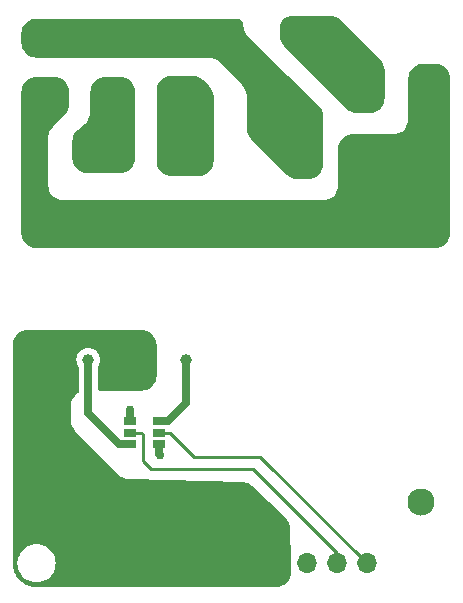
<source format=gbr>
%TF.GenerationSoftware,KiCad,Pcbnew,(5.99.0-10447-gf083f043cb)*%
%TF.CreationDate,2021-07-11T09:51:56-05:00*%
%TF.ProjectId,reptile-monitor-power,72657074-696c-4652-9d6d-6f6e69746f72,rev?*%
%TF.SameCoordinates,Original*%
%TF.FileFunction,Copper,L1,Top*%
%TF.FilePolarity,Positive*%
%FSLAX46Y46*%
G04 Gerber Fmt 4.6, Leading zero omitted, Abs format (unit mm)*
G04 Created by KiCad (PCBNEW (5.99.0-10447-gf083f043cb)) date 2021-07-11 09:51:56*
%MOMM*%
%LPD*%
G01*
G04 APERTURE LIST*
%TA.AperFunction,ComponentPad*%
%ADD10R,1.575000X1.575000*%
%TD*%
%TA.AperFunction,ComponentPad*%
%ADD11C,1.575000*%
%TD*%
%TA.AperFunction,ComponentPad*%
%ADD12R,1.000000X1.000000*%
%TD*%
%TA.AperFunction,ComponentPad*%
%ADD13C,2.167346*%
%TD*%
%TA.AperFunction,ComponentPad*%
%ADD14C,1.000000*%
%TD*%
%TA.AperFunction,ComponentPad*%
%ADD15R,1.700000X1.700000*%
%TD*%
%TA.AperFunction,ComponentPad*%
%ADD16O,1.700000X1.700000*%
%TD*%
%TA.AperFunction,ComponentPad*%
%ADD17R,2.000000X2.300000*%
%TD*%
%TA.AperFunction,ComponentPad*%
%ADD18C,2.300000*%
%TD*%
%TA.AperFunction,ComponentPad*%
%ADD19C,1.600000*%
%TD*%
%TA.AperFunction,ComponentPad*%
%ADD20C,1.875000*%
%TD*%
%TA.AperFunction,SMDPad,CuDef*%
%ADD21R,1.000000X0.700000*%
%TD*%
%TA.AperFunction,ViaPad*%
%ADD22C,0.762000*%
%TD*%
%TA.AperFunction,Conductor*%
%ADD23C,0.635000*%
%TD*%
%TA.AperFunction,Conductor*%
%ADD24C,0.254000*%
%TD*%
G04 APERTURE END LIST*
D10*
%TO.P,F1,1*%
%TO.N,/FUSED_AC_L*%
X162657000Y-62230000D03*
D11*
%TO.P,F1,2*%
%TO.N,LINE*%
X157577000Y-62230000D03*
%TD*%
D12*
%TO.P,K1,1,1*%
%TO.N,+5V*%
X137496982Y-84387004D03*
D13*
%TO.P,K1,2,NO*%
%TO.N,/LOAD2*%
X142196983Y-65887003D03*
%TO.P,K1,3,COM*%
%TO.N,/FUSED_AC_L*%
X142196983Y-72887004D03*
D14*
%TO.P,K1,4,4*%
%TO.N,RLY2*%
X142196983Y-84387004D03*
%TD*%
D15*
%TO.P,J4,1,Pin_1*%
%TO.N,+5V*%
X149870000Y-101600000D03*
D16*
%TO.P,J4,2,Pin_2*%
%TO.N,GND*%
X152410000Y-101600000D03*
%TO.P,J4,3,Pin_3*%
%TO.N,L2*%
X154950000Y-101600000D03*
%TO.P,J4,4,Pin_4*%
%TO.N,L1*%
X157490000Y-101600000D03*
%TD*%
D12*
%TO.P,K2,1,1*%
%TO.N,+5V*%
X129222003Y-84387009D03*
D13*
%TO.P,K2,2,NO*%
%TO.N,/LOAD1*%
X133922004Y-65887008D03*
%TO.P,K2,3,COM*%
%TO.N,/FUSED_AC_L*%
X133922004Y-72887009D03*
D14*
%TO.P,K2,4,4*%
%TO.N,RLY1*%
X133922004Y-84387009D03*
%TD*%
D17*
%TO.P,PS1,1,AC/L*%
%TO.N,/FUSED_AC_L*%
X156901995Y-67051494D03*
D18*
%TO.P,PS1,2,AC/N*%
%TO.N,NEUT*%
X151901995Y-67051494D03*
%TO.P,PS1,3,-Vout*%
%TO.N,GND*%
X162101995Y-96451494D03*
%TO.P,PS1,4,+Vout*%
%TO.N,+5V*%
X146701995Y-96451494D03*
%TD*%
D19*
%TO.P,RV1,1*%
%TO.N,NEUT*%
X131699000Y-57404000D03*
%TO.P,RV1,2*%
%TO.N,/FUSED_AC_L*%
X130399000Y-62404000D03*
%TD*%
D20*
%TO.P,J2,1,Pin_1*%
%TO.N,NEUT*%
X145404510Y-56982995D03*
%TO.P,J2,2,Pin_2*%
%TO.N,/LOAD2*%
X142904510Y-61982995D03*
%TD*%
%TO.P,J1,1,Pin_1*%
%TO.N,LINE*%
X152893000Y-56983000D03*
%TO.P,J1,2,Pin_2*%
%TO.N,NEUT*%
X150393000Y-61983000D03*
%TD*%
%TO.P,J3,1,Pin_1*%
%TO.N,NEUT*%
X137914507Y-56982995D03*
%TO.P,J3,2,Pin_2*%
%TO.N,/LOAD1*%
X135414507Y-61982995D03*
%TD*%
D21*
%TO.P,U1,1,1_Source*%
%TO.N,GND*%
X137484000Y-89601000D03*
%TO.P,U1,2,1_Gate*%
%TO.N,L2*%
X137484000Y-90551000D03*
%TO.P,U1,3,2_Drain*%
%TO.N,RLY1*%
X137484000Y-91501000D03*
%TO.P,U1,4,2_Source*%
%TO.N,GND*%
X139884000Y-91501000D03*
%TO.P,U1,5,2_Gate*%
%TO.N,L1*%
X139884000Y-90551000D03*
%TO.P,U1,6,1_Drain*%
%TO.N,RLY2*%
X139884000Y-89601000D03*
%TD*%
D22*
%TO.N,GND*%
X137414000Y-88646000D03*
X139954000Y-92456000D03*
%TD*%
D23*
%TO.N,GND*%
X139884000Y-92386000D02*
X139954000Y-92456000D01*
X139884000Y-91501000D02*
X139884000Y-92386000D01*
X137414000Y-89531000D02*
X137484000Y-89601000D01*
X137414000Y-88646000D02*
X137414000Y-89531000D01*
%TO.N,RLY2*%
X142196983Y-88054017D02*
X142196983Y-84387004D01*
X139884000Y-89601000D02*
X140650000Y-89601000D01*
X140650000Y-89601000D02*
X142196983Y-88054017D01*
%TO.N,RLY1*%
X137484000Y-91501000D02*
X136563380Y-91501000D01*
X133922004Y-88859624D02*
X133922004Y-84387009D01*
X136563380Y-91501000D02*
X133922004Y-88859624D01*
D24*
%TO.N,L2*%
X138404620Y-90551000D02*
X138557000Y-90703380D01*
X147828000Y-93599000D02*
X154950000Y-100721000D01*
X138557000Y-90703380D02*
X138557000Y-92964000D01*
X139192000Y-93599000D02*
X147828000Y-93599000D01*
X137484000Y-90551000D02*
X138404620Y-90551000D01*
X138557000Y-92964000D02*
X139192000Y-93599000D01*
X154950000Y-100721000D02*
X154950000Y-101600000D01*
%TO.N,L1*%
X140804620Y-90551000D02*
X142836620Y-92583000D01*
X148473000Y-92583000D02*
X157490000Y-101600000D01*
X139884000Y-90551000D02*
X140804620Y-90551000D01*
X142836620Y-92583000D02*
X148473000Y-92583000D01*
%TD*%
%TA.AperFunction,Conductor*%
%TO.N,NEUT*%
G36*
X146484069Y-55493060D02*
G01*
X146569510Y-55504214D01*
X146609206Y-55509396D01*
X146640733Y-55517771D01*
X146749837Y-55562547D01*
X146778153Y-55578731D01*
X146872114Y-55650021D01*
X146895327Y-55672934D01*
X146967832Y-55765950D01*
X146984387Y-55794056D01*
X147030583Y-55902569D01*
X147039367Y-55933978D01*
X147040273Y-55940275D01*
X147057335Y-56058899D01*
X147058607Y-56075193D01*
X147059173Y-56118610D01*
X147059513Y-56121665D01*
X147059513Y-56121668D01*
X147077116Y-56279920D01*
X147086573Y-56364942D01*
X147161296Y-56601261D01*
X147164264Y-56606671D01*
X147249605Y-56762251D01*
X147280496Y-56818567D01*
X147439632Y-57008583D01*
X150642073Y-60150600D01*
X150813633Y-60318923D01*
X152517926Y-61991059D01*
X153411963Y-62868227D01*
X153420446Y-62877421D01*
X153569854Y-63056412D01*
X153583883Y-63077088D01*
X153692013Y-63276520D01*
X153701689Y-63299570D01*
X153768315Y-63516416D01*
X153773250Y-63540922D01*
X153796378Y-63772910D01*
X153797000Y-63785410D01*
X153797000Y-67805493D01*
X153796521Y-67816474D01*
X153778667Y-68020552D01*
X153774853Y-68042182D01*
X153723263Y-68234718D01*
X153715751Y-68255357D01*
X153631508Y-68436015D01*
X153620532Y-68455026D01*
X153521478Y-68596489D01*
X153506196Y-68618314D01*
X153492078Y-68635138D01*
X153351138Y-68776078D01*
X153334314Y-68790196D01*
X153171026Y-68904532D01*
X153152015Y-68915508D01*
X153016471Y-68978714D01*
X152971357Y-68999751D01*
X152950717Y-69007263D01*
X152758178Y-69058854D01*
X152736555Y-69062666D01*
X152580516Y-69076318D01*
X152532474Y-69080521D01*
X152521493Y-69081000D01*
X151661553Y-69081000D01*
X151649217Y-69080395D01*
X151420222Y-69057867D01*
X151396024Y-69053059D01*
X151181762Y-68988144D01*
X151158970Y-68978717D01*
X150961444Y-68873283D01*
X150940938Y-68859602D01*
X150762940Y-68713761D01*
X150753792Y-68705483D01*
X147697191Y-65654499D01*
X147688869Y-65645334D01*
X147542409Y-65467164D01*
X147528656Y-65446612D01*
X147422759Y-65248763D01*
X147413287Y-65225926D01*
X147348071Y-65011203D01*
X147343241Y-64986951D01*
X147320608Y-64757431D01*
X147320000Y-64745066D01*
X147320000Y-61988009D01*
X147296099Y-61742778D01*
X147225294Y-61506778D01*
X147222438Y-61501369D01*
X147222436Y-61501364D01*
X147113112Y-61294308D01*
X147110252Y-61288891D01*
X147106402Y-61284131D01*
X147106400Y-61284128D01*
X147048963Y-61213117D01*
X146955301Y-61097319D01*
X145069230Y-59180309D01*
X145069227Y-59180306D01*
X144875932Y-59019358D01*
X144654705Y-58899659D01*
X144414226Y-58825909D01*
X144318379Y-58816370D01*
X144167029Y-58801308D01*
X144167019Y-58801307D01*
X144163929Y-58801000D01*
X129539738Y-58801000D01*
X129528788Y-58800523D01*
X129325303Y-58782772D01*
X129303734Y-58778980D01*
X129234700Y-58760539D01*
X129111710Y-58727683D01*
X129091133Y-58720218D01*
X128910885Y-58636443D01*
X128891906Y-58625524D01*
X128728884Y-58511802D01*
X128712096Y-58497773D01*
X128571224Y-58357537D01*
X128557111Y-58340804D01*
X128442658Y-58178308D01*
X128431651Y-58159376D01*
X128347063Y-57979517D01*
X128339500Y-57958963D01*
X128287333Y-57767172D01*
X128283444Y-57745621D01*
X128264771Y-57542227D01*
X128264244Y-57531279D01*
X128260808Y-56773266D01*
X128261241Y-56762251D01*
X128262217Y-56750517D01*
X128278270Y-56557524D01*
X128282006Y-56535821D01*
X128333017Y-56342529D01*
X128340476Y-56321808D01*
X128424367Y-56140357D01*
X128435316Y-56121259D01*
X128549528Y-55957182D01*
X128563633Y-55940285D01*
X128704673Y-55798604D01*
X128721514Y-55784415D01*
X128885063Y-55669466D01*
X128904123Y-55658423D01*
X129085189Y-55573714D01*
X129105879Y-55566160D01*
X129298931Y-55514275D01*
X129320621Y-55510439D01*
X129525277Y-55492482D01*
X129536290Y-55492000D01*
X146467761Y-55492000D01*
X146484069Y-55493060D01*
G37*
%TD.AperFunction*%
%TD*%
%TA.AperFunction,Conductor*%
%TO.N,LINE*%
G36*
X154420112Y-55245607D02*
G01*
X154649361Y-55268186D01*
X154673582Y-55273003D01*
X154888088Y-55338072D01*
X154910901Y-55347523D01*
X155108584Y-55453187D01*
X155129111Y-55466903D01*
X155307200Y-55613056D01*
X155316351Y-55621351D01*
X158627649Y-58932649D01*
X158635944Y-58941800D01*
X158782097Y-59119889D01*
X158795815Y-59140419D01*
X158901476Y-59338096D01*
X158910929Y-59360916D01*
X158975996Y-59575415D01*
X158980814Y-59599641D01*
X159003393Y-59828888D01*
X159004000Y-59841238D01*
X159004000Y-62224493D01*
X159003521Y-62235474D01*
X158985667Y-62439552D01*
X158981853Y-62461182D01*
X158930263Y-62653718D01*
X158922751Y-62674357D01*
X158838508Y-62855015D01*
X158827532Y-62874026D01*
X158728478Y-63015489D01*
X158713196Y-63037314D01*
X158699078Y-63054138D01*
X158558138Y-63195078D01*
X158541314Y-63209196D01*
X158378026Y-63323532D01*
X158359015Y-63334508D01*
X158223981Y-63397476D01*
X158178357Y-63418751D01*
X158157717Y-63426263D01*
X157965178Y-63477854D01*
X157943555Y-63481666D01*
X157787516Y-63495318D01*
X157739474Y-63499521D01*
X157728493Y-63500000D01*
X156742238Y-63500000D01*
X156729888Y-63499393D01*
X156500639Y-63476814D01*
X156476418Y-63471997D01*
X156261912Y-63406928D01*
X156239099Y-63397477D01*
X156041416Y-63291813D01*
X156020889Y-63278097D01*
X155842800Y-63131944D01*
X155833649Y-63123649D01*
X150490351Y-57780351D01*
X150482056Y-57771200D01*
X150335903Y-57593111D01*
X150322185Y-57572581D01*
X150216524Y-57374904D01*
X150207071Y-57352084D01*
X150142004Y-57137585D01*
X150137186Y-57113359D01*
X150114607Y-56884112D01*
X150114000Y-56871762D01*
X150114000Y-56330687D01*
X150114607Y-56318337D01*
X150133526Y-56126250D01*
X150138343Y-56102029D01*
X150192572Y-55923260D01*
X150202021Y-55900450D01*
X150290078Y-55735708D01*
X150303801Y-55715171D01*
X150422306Y-55570772D01*
X150439772Y-55553306D01*
X150584171Y-55434801D01*
X150604708Y-55421078D01*
X150753264Y-55341673D01*
X150769452Y-55333020D01*
X150792260Y-55323572D01*
X150971029Y-55269343D01*
X150995250Y-55264526D01*
X151187337Y-55245607D01*
X151199687Y-55245000D01*
X154407762Y-55245000D01*
X154420112Y-55245607D01*
G37*
%TD.AperFunction*%
%TD*%
%TA.AperFunction,Conductor*%
%TO.N,/FUSED_AC_L*%
G36*
X163312474Y-59302479D02*
G01*
X163360516Y-59306682D01*
X163516555Y-59320334D01*
X163538178Y-59324146D01*
X163688625Y-59364458D01*
X163730718Y-59375737D01*
X163751358Y-59383249D01*
X163932015Y-59467492D01*
X163951026Y-59478468D01*
X164092489Y-59577522D01*
X164114314Y-59592804D01*
X164131138Y-59606922D01*
X164272078Y-59747862D01*
X164286196Y-59764686D01*
X164400532Y-59927974D01*
X164411508Y-59946985D01*
X164485102Y-60104807D01*
X164495751Y-60127643D01*
X164503263Y-60148282D01*
X164554853Y-60340818D01*
X164558667Y-60362448D01*
X164576521Y-60566526D01*
X164577000Y-60577507D01*
X164577000Y-73647493D01*
X164576521Y-73658474D01*
X164558667Y-73862552D01*
X164554853Y-73884182D01*
X164503263Y-74076718D01*
X164495751Y-74097357D01*
X164411508Y-74278015D01*
X164400532Y-74297026D01*
X164301478Y-74438489D01*
X164286196Y-74460314D01*
X164272078Y-74477138D01*
X164131138Y-74618078D01*
X164114314Y-74632196D01*
X163951026Y-74746532D01*
X163932015Y-74757508D01*
X163774193Y-74831102D01*
X163751357Y-74841751D01*
X163730717Y-74849263D01*
X163538178Y-74900854D01*
X163516555Y-74904666D01*
X163360516Y-74918318D01*
X163312474Y-74922521D01*
X163301493Y-74923000D01*
X129530507Y-74923000D01*
X129519526Y-74922521D01*
X129471484Y-74918318D01*
X129315445Y-74904666D01*
X129293822Y-74900854D01*
X129101283Y-74849263D01*
X129080643Y-74841751D01*
X129057807Y-74831102D01*
X128899985Y-74757508D01*
X128880974Y-74746532D01*
X128717686Y-74632196D01*
X128700862Y-74618078D01*
X128559922Y-74477138D01*
X128545804Y-74460314D01*
X128530522Y-74438489D01*
X128431468Y-74297026D01*
X128420492Y-74278015D01*
X128336249Y-74097357D01*
X128328737Y-74076718D01*
X128277147Y-73884182D01*
X128273333Y-73862552D01*
X128255479Y-73658474D01*
X128255000Y-73647493D01*
X128255000Y-61720507D01*
X128255479Y-61709526D01*
X128273333Y-61505448D01*
X128277147Y-61483818D01*
X128328737Y-61291282D01*
X128336249Y-61270643D01*
X128346898Y-61247807D01*
X128420492Y-61089985D01*
X128431468Y-61070974D01*
X128545804Y-60907686D01*
X128559922Y-60890862D01*
X128700862Y-60749922D01*
X128717686Y-60735804D01*
X128739511Y-60720522D01*
X128880974Y-60621468D01*
X128899985Y-60610492D01*
X129080642Y-60526249D01*
X129101282Y-60518737D01*
X129143375Y-60507458D01*
X129293822Y-60467146D01*
X129315445Y-60463334D01*
X129471484Y-60449682D01*
X129519526Y-60445479D01*
X129530507Y-60445000D01*
X131043493Y-60445000D01*
X131054474Y-60445479D01*
X131102516Y-60449682D01*
X131258555Y-60463334D01*
X131280178Y-60467146D01*
X131430625Y-60507458D01*
X131472718Y-60518737D01*
X131493358Y-60526249D01*
X131674015Y-60610492D01*
X131693026Y-60621468D01*
X131834489Y-60720522D01*
X131856314Y-60735804D01*
X131873138Y-60749922D01*
X132014078Y-60890862D01*
X132028196Y-60907686D01*
X132142532Y-61070974D01*
X132153508Y-61089985D01*
X132227102Y-61247807D01*
X132237751Y-61270643D01*
X132245263Y-61291282D01*
X132296853Y-61483818D01*
X132300667Y-61505448D01*
X132318521Y-61709526D01*
X132319000Y-61720507D01*
X132319000Y-62706762D01*
X132318393Y-62719112D01*
X132295814Y-62948359D01*
X132290996Y-62972585D01*
X132225929Y-63187084D01*
X132216476Y-63209904D01*
X132110815Y-63407581D01*
X132097097Y-63428111D01*
X131950944Y-63606200D01*
X131942649Y-63615351D01*
X130912974Y-64645026D01*
X130755034Y-64837477D01*
X130637673Y-65057043D01*
X130635877Y-65062963D01*
X130635876Y-65062966D01*
X130570952Y-65276995D01*
X130565403Y-65295287D01*
X130564796Y-65301450D01*
X130550905Y-65442490D01*
X130541000Y-65543051D01*
X130541000Y-69589362D01*
X130541238Y-69592078D01*
X130541238Y-69592088D01*
X130541789Y-69598385D01*
X130560287Y-69809856D01*
X130617563Y-70023652D01*
X130711087Y-70224258D01*
X130838020Y-70405579D01*
X130994505Y-70562109D01*
X131175791Y-70689094D01*
X131180773Y-70691418D01*
X131180774Y-70691419D01*
X131371392Y-70780354D01*
X131371397Y-70780356D01*
X131376370Y-70782676D01*
X131590150Y-70840012D01*
X131595623Y-70840492D01*
X131595627Y-70840493D01*
X131807901Y-70859122D01*
X131807906Y-70859122D01*
X131810638Y-70859362D01*
X131813385Y-70859363D01*
X131813390Y-70859363D01*
X142752710Y-70862485D01*
X153796638Y-70865637D01*
X154017216Y-70846399D01*
X154022532Y-70844976D01*
X154225782Y-70790567D01*
X154225783Y-70790567D01*
X154231101Y-70789143D01*
X154431791Y-70695611D01*
X154613186Y-70568643D01*
X154769773Y-70412101D01*
X154822802Y-70336386D01*
X154893634Y-70235252D01*
X154893637Y-70235246D01*
X154896792Y-70230742D01*
X154990382Y-70030079D01*
X155047699Y-69816210D01*
X155067000Y-69595637D01*
X155067000Y-66552002D01*
X155067479Y-66541029D01*
X155085305Y-66337114D01*
X155089113Y-66315499D01*
X155140630Y-66123088D01*
X155148127Y-66102474D01*
X155232249Y-65921918D01*
X155243214Y-65902911D01*
X155357381Y-65739705D01*
X155371479Y-65722885D01*
X155512240Y-65581958D01*
X155529041Y-65567842D01*
X155692122Y-65453477D01*
X155711118Y-65442490D01*
X155726511Y-65435296D01*
X155891568Y-65358158D01*
X155912172Y-65350637D01*
X156008352Y-65324764D01*
X156104526Y-65298894D01*
X156126135Y-65295061D01*
X156330027Y-65276995D01*
X156341000Y-65276503D01*
X158569731Y-65273882D01*
X159752493Y-65272491D01*
X159887090Y-65260565D01*
X159967368Y-65253452D01*
X159967370Y-65253452D01*
X159972840Y-65252967D01*
X159978139Y-65251541D01*
X159978142Y-65251541D01*
X160181145Y-65196933D01*
X160181146Y-65196933D01*
X160186457Y-65195504D01*
X160386862Y-65101846D01*
X160450750Y-65057043D01*
X160563475Y-64977992D01*
X160563479Y-64977989D01*
X160567976Y-64974835D01*
X160724303Y-64818324D01*
X160727451Y-64813824D01*
X160727455Y-64813819D01*
X160847071Y-64642822D01*
X160851101Y-64637061D01*
X160944523Y-64436546D01*
X161001735Y-64222862D01*
X161021000Y-64002492D01*
X161021000Y-60577507D01*
X161021479Y-60566526D01*
X161039333Y-60362448D01*
X161043147Y-60340818D01*
X161094737Y-60148282D01*
X161102249Y-60127643D01*
X161112898Y-60104807D01*
X161186492Y-59946985D01*
X161197468Y-59927974D01*
X161311804Y-59764686D01*
X161325922Y-59747862D01*
X161466862Y-59606922D01*
X161483686Y-59592804D01*
X161505511Y-59577522D01*
X161646974Y-59478468D01*
X161665985Y-59467492D01*
X161846642Y-59383249D01*
X161867282Y-59375737D01*
X161909375Y-59364458D01*
X162059822Y-59324146D01*
X162081445Y-59320334D01*
X162237484Y-59306682D01*
X162285526Y-59302479D01*
X162296507Y-59302000D01*
X163301493Y-59302000D01*
X163312474Y-59302479D01*
G37*
%TD.AperFunction*%
%TD*%
%TA.AperFunction,Conductor*%
%TO.N,/LOAD1*%
G36*
X136642474Y-60445479D02*
G01*
X136690516Y-60449682D01*
X136846555Y-60463334D01*
X136868178Y-60467146D01*
X137018625Y-60507458D01*
X137060718Y-60518737D01*
X137081358Y-60526249D01*
X137262015Y-60610492D01*
X137281026Y-60621468D01*
X137422489Y-60720522D01*
X137444314Y-60735804D01*
X137461138Y-60749922D01*
X137602078Y-60890862D01*
X137616196Y-60907686D01*
X137730532Y-61070974D01*
X137741508Y-61089985D01*
X137815102Y-61247807D01*
X137825751Y-61270643D01*
X137833263Y-61291282D01*
X137884853Y-61483818D01*
X137888667Y-61505448D01*
X137906521Y-61709526D01*
X137907000Y-61720507D01*
X137907000Y-67297493D01*
X137906521Y-67308474D01*
X137888667Y-67512552D01*
X137884853Y-67534182D01*
X137833263Y-67726718D01*
X137825751Y-67747357D01*
X137741508Y-67928015D01*
X137730532Y-67947026D01*
X137631478Y-68088489D01*
X137616196Y-68110314D01*
X137602078Y-68127138D01*
X137461138Y-68268078D01*
X137444314Y-68282196D01*
X137281026Y-68396532D01*
X137262015Y-68407508D01*
X137104193Y-68481102D01*
X137081357Y-68491751D01*
X137060717Y-68499263D01*
X136868178Y-68550854D01*
X136846555Y-68554666D01*
X136690516Y-68568318D01*
X136642474Y-68572521D01*
X136631493Y-68573000D01*
X133848507Y-68573000D01*
X133837526Y-68572521D01*
X133789484Y-68568318D01*
X133633445Y-68554666D01*
X133611822Y-68550854D01*
X133419283Y-68499263D01*
X133398643Y-68491751D01*
X133375807Y-68481102D01*
X133217985Y-68407508D01*
X133198974Y-68396532D01*
X133035686Y-68282196D01*
X133018862Y-68268078D01*
X132877922Y-68127138D01*
X132863804Y-68110314D01*
X132848522Y-68088489D01*
X132749468Y-67947026D01*
X132738492Y-67928015D01*
X132654249Y-67747357D01*
X132646737Y-67726718D01*
X132595147Y-67534182D01*
X132591333Y-67512552D01*
X132573479Y-67308474D01*
X132573000Y-67297493D01*
X132573000Y-65871361D01*
X132573483Y-65860337D01*
X132591476Y-65655475D01*
X132595320Y-65633764D01*
X132647305Y-65440540D01*
X132654874Y-65419831D01*
X132739749Y-65238620D01*
X132750812Y-65219548D01*
X132865975Y-65055907D01*
X132880193Y-65039056D01*
X133026049Y-64894088D01*
X133034209Y-64886659D01*
X133637916Y-64383570D01*
X133640034Y-64381805D01*
X133797657Y-64225142D01*
X133925557Y-64043402D01*
X134019819Y-63842149D01*
X134077556Y-63627546D01*
X134097000Y-63406164D01*
X134097000Y-61720507D01*
X134097479Y-61709526D01*
X134115333Y-61505448D01*
X134119147Y-61483818D01*
X134170737Y-61291282D01*
X134178249Y-61270643D01*
X134188898Y-61247807D01*
X134262492Y-61089985D01*
X134273468Y-61070974D01*
X134387804Y-60907686D01*
X134401922Y-60890862D01*
X134542862Y-60749922D01*
X134559686Y-60735804D01*
X134581511Y-60720522D01*
X134722974Y-60621468D01*
X134741985Y-60610492D01*
X134922642Y-60526249D01*
X134943282Y-60518737D01*
X134985375Y-60507458D01*
X135135822Y-60467146D01*
X135157445Y-60463334D01*
X135313484Y-60449682D01*
X135361526Y-60445479D01*
X135372507Y-60445000D01*
X136631493Y-60445000D01*
X136642474Y-60445479D01*
G37*
%TD.AperFunction*%
%TD*%
%TA.AperFunction,Conductor*%
%TO.N,+5V*%
G36*
X138435474Y-81875479D02*
G01*
X138483516Y-81879682D01*
X138639555Y-81893334D01*
X138661178Y-81897146D01*
X138811625Y-81937458D01*
X138853718Y-81948737D01*
X138874358Y-81956249D01*
X139055015Y-82040492D01*
X139074026Y-82051468D01*
X139215489Y-82150522D01*
X139237314Y-82165804D01*
X139254138Y-82179922D01*
X139395078Y-82320862D01*
X139409196Y-82337686D01*
X139523532Y-82500974D01*
X139534508Y-82519985D01*
X139608102Y-82677807D01*
X139618751Y-82700643D01*
X139626263Y-82721282D01*
X139677853Y-82913818D01*
X139681667Y-82935448D01*
X139699521Y-83139526D01*
X139700000Y-83150507D01*
X139700000Y-85719493D01*
X139699521Y-85730474D01*
X139681667Y-85934552D01*
X139677853Y-85956182D01*
X139626263Y-86148718D01*
X139618751Y-86169357D01*
X139534508Y-86350015D01*
X139523532Y-86369026D01*
X139424478Y-86510489D01*
X139409196Y-86532314D01*
X139395078Y-86549138D01*
X139254138Y-86690078D01*
X139237314Y-86704196D01*
X139074026Y-86818532D01*
X139055015Y-86829508D01*
X138897193Y-86903102D01*
X138874357Y-86913751D01*
X138853718Y-86921263D01*
X138811625Y-86932542D01*
X138661178Y-86972854D01*
X138639555Y-86976666D01*
X138483516Y-86990318D01*
X138435474Y-86994521D01*
X138424493Y-86995000D01*
X134874004Y-86995000D01*
X134805883Y-86974998D01*
X134759390Y-86921342D01*
X134748004Y-86869000D01*
X134748004Y-85008344D01*
X134764448Y-84946107D01*
X134844835Y-84804600D01*
X134847882Y-84799237D01*
X134910318Y-84611548D01*
X134935109Y-84415308D01*
X134935504Y-84387009D01*
X134916202Y-84190152D01*
X134859031Y-84000794D01*
X134766170Y-83826147D01*
X134695977Y-83740082D01*
X134645049Y-83677637D01*
X134645046Y-83677634D01*
X134641154Y-83672862D01*
X134636405Y-83668933D01*
X134493495Y-83550707D01*
X134493490Y-83550704D01*
X134488746Y-83546779D01*
X134483327Y-83543849D01*
X134483324Y-83543847D01*
X134320169Y-83455630D01*
X134320165Y-83455628D01*
X134314751Y-83452701D01*
X134308871Y-83450881D01*
X134308869Y-83450880D01*
X134259321Y-83435542D01*
X134125796Y-83394209D01*
X134119678Y-83393566D01*
X134119673Y-83393565D01*
X133935209Y-83374178D01*
X133935207Y-83374178D01*
X133929080Y-83373534D01*
X133846230Y-83381074D01*
X133738232Y-83390902D01*
X133738229Y-83390903D01*
X133732093Y-83391461D01*
X133726187Y-83393199D01*
X133726183Y-83393200D01*
X133584783Y-83434817D01*
X133542340Y-83447308D01*
X133367049Y-83538948D01*
X133212895Y-83662891D01*
X133208937Y-83667608D01*
X133208935Y-83667610D01*
X133125351Y-83767222D01*
X133085751Y-83814415D01*
X133082787Y-83819807D01*
X133082784Y-83819811D01*
X133005035Y-83961236D01*
X132990460Y-83987749D01*
X132930651Y-84176291D01*
X132908603Y-84372858D01*
X132925154Y-84569965D01*
X132979676Y-84760103D01*
X133070090Y-84936030D01*
X133073917Y-84940859D01*
X133075914Y-84943957D01*
X133096004Y-85012214D01*
X133096004Y-87099554D01*
X133076002Y-87167675D01*
X133042275Y-87202767D01*
X132919171Y-87288965D01*
X132919168Y-87288967D01*
X132914660Y-87292124D01*
X132758124Y-87448660D01*
X132631148Y-87630000D01*
X132628825Y-87634982D01*
X132628822Y-87634987D01*
X132539913Y-87825652D01*
X132537590Y-87830634D01*
X132480294Y-88044467D01*
X132461000Y-88265000D01*
X132461000Y-89516632D01*
X132485429Y-89764529D01*
X132557777Y-90002890D01*
X132675259Y-90222543D01*
X132833357Y-90415040D01*
X136544947Y-94123467D01*
X136547249Y-94125367D01*
X136547256Y-94125373D01*
X136726244Y-94273077D01*
X136730861Y-94276887D01*
X136736112Y-94279754D01*
X136736114Y-94279756D01*
X136807203Y-94318577D01*
X136942413Y-94392416D01*
X137171983Y-94465894D01*
X137253157Y-94475656D01*
X137408338Y-94494317D01*
X137408345Y-94494317D01*
X137411301Y-94494673D01*
X137414275Y-94494746D01*
X137414285Y-94494747D01*
X146946829Y-94729674D01*
X146958491Y-94730504D01*
X147174841Y-94756034D01*
X147197684Y-94760910D01*
X147298836Y-94792544D01*
X147399990Y-94824180D01*
X147421539Y-94833187D01*
X147608693Y-94932713D01*
X147628211Y-94945545D01*
X147798378Y-95081583D01*
X147807161Y-95089299D01*
X150620251Y-97801921D01*
X150628713Y-97810922D01*
X150777947Y-97986137D01*
X150792032Y-98006400D01*
X150901227Y-98201926D01*
X150911091Y-98224547D01*
X150980076Y-98437593D01*
X150985343Y-98461703D01*
X151012203Y-98690284D01*
X151013042Y-98702609D01*
X151063903Y-101395104D01*
X151061914Y-101419904D01*
X151052551Y-101471683D01*
X151052500Y-101477023D01*
X151050487Y-101686757D01*
X151050338Y-101702233D01*
X151068818Y-101816962D01*
X151070865Y-101829673D01*
X151072446Y-101847330D01*
X151081610Y-102332458D01*
X151081328Y-102343579D01*
X151066948Y-102550372D01*
X151063457Y-102572322D01*
X151014322Y-102767965D01*
X151007029Y-102788958D01*
X150970155Y-102870937D01*
X150924279Y-102972928D01*
X150913409Y-102992315D01*
X150825742Y-103120644D01*
X150799625Y-103158874D01*
X150785518Y-103176049D01*
X150644233Y-103320027D01*
X150627327Y-103334456D01*
X150462948Y-103451365D01*
X150443769Y-103462600D01*
X150261397Y-103548809D01*
X150240543Y-103556498D01*
X150187286Y-103570948D01*
X150045867Y-103609318D01*
X150023990Y-103613224D01*
X149932160Y-103621355D01*
X149817486Y-103631509D01*
X149806373Y-103632000D01*
X129621549Y-103632000D01*
X129600774Y-103630275D01*
X129583935Y-103627460D01*
X129579066Y-103627405D01*
X129579061Y-103627405D01*
X129515446Y-103626693D01*
X129453229Y-103625995D01*
X129447395Y-103625795D01*
X129400019Y-103623054D01*
X129392458Y-103622386D01*
X129216504Y-103601454D01*
X129196401Y-103599062D01*
X129188845Y-103597929D01*
X129157138Y-103592190D01*
X129149667Y-103590603D01*
X128957914Y-103543742D01*
X128950551Y-103541704D01*
X128919772Y-103532172D01*
X128912548Y-103529692D01*
X128727876Y-103459979D01*
X128720815Y-103457067D01*
X128691404Y-103443877D01*
X128684532Y-103440541D01*
X128509647Y-103349000D01*
X128503011Y-103345266D01*
X128485094Y-103334456D01*
X128475405Y-103328610D01*
X128468990Y-103324469D01*
X128306458Y-103212440D01*
X128300303Y-103207916D01*
X128274936Y-103188060D01*
X128269066Y-103183172D01*
X128121260Y-103052285D01*
X128115698Y-103047049D01*
X128092943Y-103024294D01*
X128087707Y-103018732D01*
X128038326Y-102962968D01*
X127956822Y-102870928D01*
X127951941Y-102865066D01*
X127932080Y-102839692D01*
X127927557Y-102833538D01*
X127885423Y-102772409D01*
X127815521Y-102670996D01*
X127811378Y-102664577D01*
X127794755Y-102637024D01*
X127791009Y-102630368D01*
X127788352Y-102625293D01*
X127699429Y-102455409D01*
X127696103Y-102448557D01*
X127682941Y-102419207D01*
X127680030Y-102412149D01*
X127648241Y-102327940D01*
X127610301Y-102227436D01*
X127607827Y-102220229D01*
X127598291Y-102189435D01*
X127596254Y-102182074D01*
X127549393Y-101990318D01*
X127547805Y-101982845D01*
X127542072Y-101951166D01*
X127540940Y-101943614D01*
X127527384Y-101829673D01*
X127517613Y-101747544D01*
X127516945Y-101739976D01*
X127514204Y-101692605D01*
X127514003Y-101686757D01*
X127513707Y-101660277D01*
X127513032Y-101600000D01*
X127926500Y-101600000D01*
X127946365Y-101852407D01*
X127947519Y-101857214D01*
X127947520Y-101857220D01*
X127970075Y-101951166D01*
X128005470Y-102098599D01*
X128007363Y-102103170D01*
X128007364Y-102103172D01*
X128083040Y-102285868D01*
X128102361Y-102332514D01*
X128234651Y-102548392D01*
X128237862Y-102552152D01*
X128237866Y-102552157D01*
X128333882Y-102664577D01*
X128399083Y-102740917D01*
X128402845Y-102744130D01*
X128587843Y-102902134D01*
X128587848Y-102902138D01*
X128591608Y-102905349D01*
X128807486Y-103037639D01*
X128812056Y-103039532D01*
X128812060Y-103039534D01*
X128842844Y-103052285D01*
X129041401Y-103134530D01*
X129120251Y-103153460D01*
X129282780Y-103192480D01*
X129282786Y-103192481D01*
X129287593Y-103193635D01*
X129540000Y-103213500D01*
X129792407Y-103193635D01*
X129797214Y-103192481D01*
X129797220Y-103192480D01*
X129959749Y-103153460D01*
X130038599Y-103134530D01*
X130237156Y-103052285D01*
X130267940Y-103039534D01*
X130267944Y-103039532D01*
X130272514Y-103037639D01*
X130488392Y-102905349D01*
X130492152Y-102902138D01*
X130492157Y-102902134D01*
X130677155Y-102744130D01*
X130680917Y-102740917D01*
X130746118Y-102664577D01*
X130842134Y-102552157D01*
X130842138Y-102552152D01*
X130845349Y-102548392D01*
X130977639Y-102332514D01*
X130996961Y-102285868D01*
X131072636Y-102103172D01*
X131072637Y-102103170D01*
X131074530Y-102098599D01*
X131109925Y-101951166D01*
X131132480Y-101857220D01*
X131132481Y-101857214D01*
X131133635Y-101852407D01*
X131153500Y-101600000D01*
X131133635Y-101347593D01*
X131130869Y-101336068D01*
X131075685Y-101106213D01*
X131074530Y-101101401D01*
X131072636Y-101096828D01*
X130979534Y-100872060D01*
X130979532Y-100872056D01*
X130977639Y-100867486D01*
X130845349Y-100651608D01*
X130842138Y-100647848D01*
X130842134Y-100647843D01*
X130684130Y-100462845D01*
X130680917Y-100459083D01*
X130586797Y-100378697D01*
X130492157Y-100297866D01*
X130492152Y-100297862D01*
X130488392Y-100294651D01*
X130272514Y-100162361D01*
X130267944Y-100160468D01*
X130267940Y-100160466D01*
X130043172Y-100067364D01*
X130043170Y-100067363D01*
X130038599Y-100065470D01*
X129953894Y-100045134D01*
X129797220Y-100007520D01*
X129797214Y-100007519D01*
X129792407Y-100006365D01*
X129540000Y-99986500D01*
X129287593Y-100006365D01*
X129282786Y-100007519D01*
X129282780Y-100007520D01*
X129126106Y-100045134D01*
X129041401Y-100065470D01*
X129036830Y-100067363D01*
X129036828Y-100067364D01*
X128812060Y-100160466D01*
X128812056Y-100160468D01*
X128807486Y-100162361D01*
X128591608Y-100294651D01*
X128587848Y-100297862D01*
X128587843Y-100297866D01*
X128493203Y-100378697D01*
X128399083Y-100459083D01*
X128395870Y-100462845D01*
X128237866Y-100647843D01*
X128237862Y-100647848D01*
X128234651Y-100651608D01*
X128102361Y-100867486D01*
X128100468Y-100872056D01*
X128100466Y-100872060D01*
X128007364Y-101096828D01*
X128005470Y-101101401D01*
X128004315Y-101106213D01*
X127949132Y-101336068D01*
X127946365Y-101347593D01*
X127926500Y-101600000D01*
X127513032Y-101600000D01*
X127512576Y-101559343D01*
X127509481Y-101539332D01*
X127508000Y-101520073D01*
X127508000Y-83150507D01*
X127508479Y-83139526D01*
X127526333Y-82935448D01*
X127530147Y-82913818D01*
X127581737Y-82721282D01*
X127589249Y-82700643D01*
X127599898Y-82677807D01*
X127673492Y-82519985D01*
X127684468Y-82500974D01*
X127798804Y-82337686D01*
X127812922Y-82320862D01*
X127953862Y-82179922D01*
X127970686Y-82165804D01*
X127992511Y-82150522D01*
X128133974Y-82051468D01*
X128152985Y-82040492D01*
X128333642Y-81956249D01*
X128354282Y-81948737D01*
X128396375Y-81937458D01*
X128546822Y-81897146D01*
X128568445Y-81893334D01*
X128724484Y-81879682D01*
X128772526Y-81875479D01*
X128783507Y-81875000D01*
X138424493Y-81875000D01*
X138435474Y-81875479D01*
G37*
%TD.AperFunction*%
%TD*%
%TA.AperFunction,Conductor*%
%TO.N,/LOAD2*%
G36*
X142745776Y-60318587D02*
G01*
X142971231Y-60340418D01*
X142995067Y-60345077D01*
X143136547Y-60387233D01*
X143206300Y-60408017D01*
X143228796Y-60417162D01*
X143424030Y-60519461D01*
X143444343Y-60532745D01*
X143621111Y-60674440D01*
X143630192Y-60682468D01*
X144103669Y-61143643D01*
X144137619Y-61176711D01*
X144146176Y-61185921D01*
X144296831Y-61365242D01*
X144310989Y-61385984D01*
X144420064Y-61586074D01*
X144429826Y-61609211D01*
X144497051Y-61826947D01*
X144502032Y-61851561D01*
X144525373Y-62084610D01*
X144526000Y-62097167D01*
X144526000Y-67551493D01*
X144525521Y-67562474D01*
X144507667Y-67766552D01*
X144503853Y-67788182D01*
X144452263Y-67980718D01*
X144444751Y-68001357D01*
X144360508Y-68182015D01*
X144349532Y-68201026D01*
X144250478Y-68342489D01*
X144235196Y-68364314D01*
X144221078Y-68381138D01*
X144080138Y-68522078D01*
X144063314Y-68536196D01*
X143900026Y-68650532D01*
X143881015Y-68661508D01*
X143723193Y-68735102D01*
X143700357Y-68745751D01*
X143679717Y-68753263D01*
X143487178Y-68804854D01*
X143465555Y-68808666D01*
X143309516Y-68822318D01*
X143261474Y-68826521D01*
X143250493Y-68827000D01*
X140975507Y-68827000D01*
X140964526Y-68826521D01*
X140916484Y-68822318D01*
X140760445Y-68808666D01*
X140738822Y-68804854D01*
X140546283Y-68753263D01*
X140525643Y-68745751D01*
X140502807Y-68735102D01*
X140344985Y-68661508D01*
X140325974Y-68650532D01*
X140162686Y-68536196D01*
X140145862Y-68522078D01*
X140004922Y-68381138D01*
X139990804Y-68364314D01*
X139975522Y-68342489D01*
X139876468Y-68201026D01*
X139865492Y-68182015D01*
X139781249Y-68001357D01*
X139773737Y-67980718D01*
X139722147Y-67788182D01*
X139718333Y-67766552D01*
X139700479Y-67562474D01*
X139700000Y-67551493D01*
X139700000Y-61593507D01*
X139700479Y-61582526D01*
X139718333Y-61378448D01*
X139722147Y-61356818D01*
X139773737Y-61164282D01*
X139781249Y-61143643D01*
X139791898Y-61120807D01*
X139865492Y-60962985D01*
X139876468Y-60943974D01*
X139990804Y-60780686D01*
X140004922Y-60763862D01*
X140145862Y-60622922D01*
X140162686Y-60608804D01*
X140271299Y-60532752D01*
X140325974Y-60494468D01*
X140344985Y-60483492D01*
X140525642Y-60399249D01*
X140546282Y-60391737D01*
X140588375Y-60380458D01*
X140738822Y-60340146D01*
X140760445Y-60336334D01*
X140916484Y-60322682D01*
X140964526Y-60318479D01*
X140975507Y-60318000D01*
X142733632Y-60318000D01*
X142745776Y-60318587D01*
G37*
%TD.AperFunction*%
%TD*%
M02*

</source>
